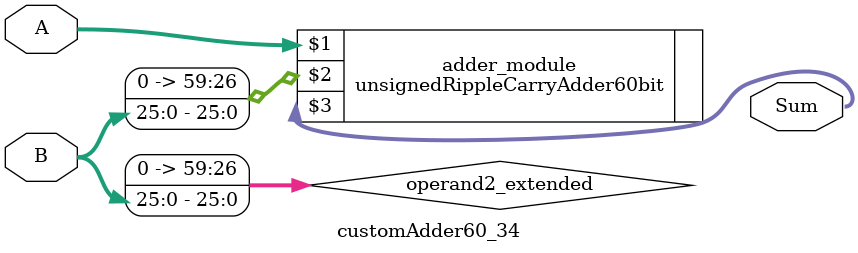
<source format=v>
module customAdder60_34(
                        input [59 : 0] A,
                        input [25 : 0] B,
                        
                        output [60 : 0] Sum
                );

        wire [59 : 0] operand2_extended;
        
        assign operand2_extended =  {34'b0, B};
        
        unsignedRippleCarryAdder60bit adder_module(
            A,
            operand2_extended,
            Sum
        );
        
        endmodule
        
</source>
